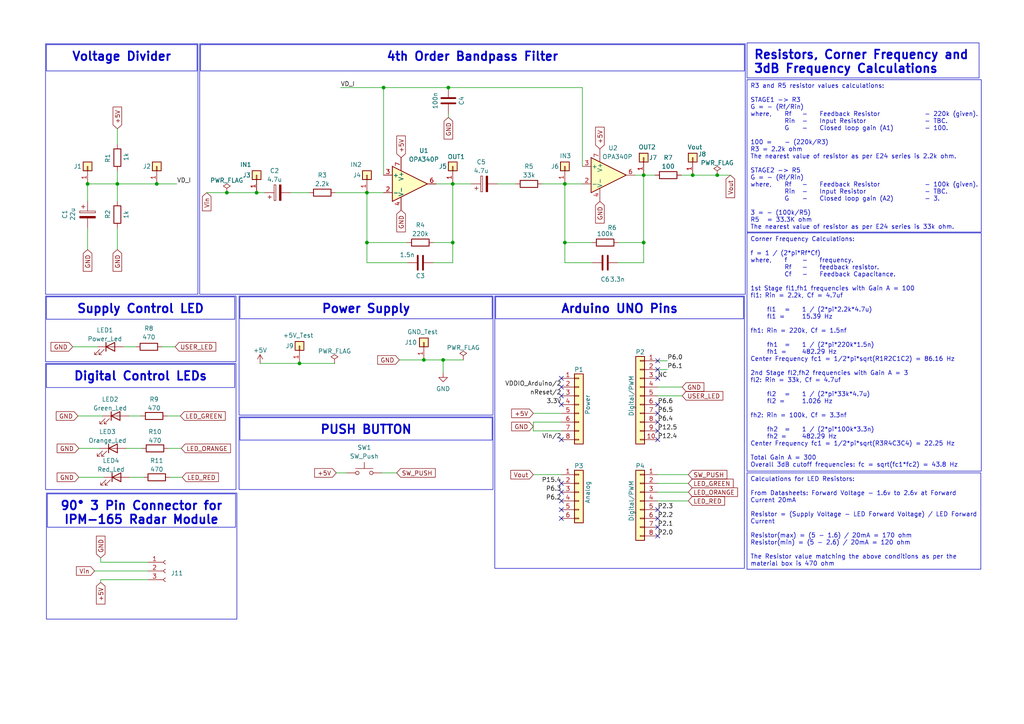
<source format=kicad_sch>
(kicad_sch (version 20230121) (generator eeschema)
  (paper "A4")
  (title_block (title "Movement Detector based on IPM-165 Radar Module") (date "2023-04-26") (rev "1,2") (company "HDA Student/Girish Tabaraddi; Ananya Harish; Drashti Shah") (comment 1 "Group D3"))
  (lib_symbols
    (symbol "Amplifier_Operational:OPA340P" (pin_names (offset 0.127))
      (property "Reference" "U" (at 0 6.35 0))
      (property "Value" "OPA340P" (at 0 3.81 0))
      (symbol "OPA340P_0_1"
        (polyline (pts (xy -5.08 5.08) (xy 5.08 0) (xy -5.08 -5.08) (xy -5.08 5.08)) (stroke (width 0.254)) (fill (type background)))
      )
      (symbol "OPA340P_1_1"
        (pin no_connect line (at -5.08 -2.54 90) (length 2.54) hide (name "NC") (number "1"))
        (pin input line (at -7.62 -2.54 0) (length 2.54) (name "-") (number "2"))
        (pin input line (at -7.62 2.54 0) (length 2.54) (name "+") (number "3"))
        (pin power_in line (at -2.54 -7.62 90) (length 3.81) (name "V-") (number "4"))
        (pin no_connect line (at -2.54 -2.54 90) (length 2.54) hide (name "NC") (number "5"))
        (pin output line (at 7.62 0 180) (length 2.54) (name "~") (number "6"))
        (pin power_in line (at -2.54 7.62 270) (length 3.81) (name "V+") (number "7"))
        (pin no_connect line (at 0 -2.54 90) (length 2.54) hide (name "NC") (number "8"))
      )
    )
    (symbol "Connector:Conn_01x03_Socket" (pin_names (offset 1.016) hide)
      (property "Reference" "J" (at 0 5.08 0))
      (property "Value" "Conn_01x03_Socket" (at 0 -5.08 0))
      (symbol "Conn_01x03_Socket_1_1"
        (arc (start 0 -2.032) (mid -0.5058 -2.54) (end 0 -3.048) (stroke (width 0.1524)))
        (polyline (pts (xy -1.27 -2.54) (xy -0.508 -2.54)) (stroke (width 0.1524)))
        (polyline (pts (xy -1.27 0) (xy -0.508 0)) (stroke (width 0.1524)))
        (polyline (pts (xy -1.27 2.54) (xy -0.508 2.54)) (stroke (width 0.1524)))
        (arc (start 0 0.508) (mid -0.5058 0) (end 0 -0.508) (stroke (width 0.1524)))
        (arc (start 0 3.048) (mid -0.5058 2.54) (end 0 2.032) (stroke (width 0.1524)))
        (pin passive line (at -5.08 2.54 0) (length 3.81) (name "Pin_1") (number "1"))
        (pin passive line (at -5.08 0 0) (length 3.81) (name "Pin_2") (number "2"))
        (pin passive line (at -5.08 -2.54 0) (length 3.81) (name "Pin_3") (number "3"))
      )
    )
    (symbol "Connector_Generic:Conn_01x01" (pin_names (offset 1.016) hide)
      (property "Reference" "J" (at 0 2.54 0))
      (property "Value" "Conn_01x01" (at 0 -2.54 0))
      (symbol "Conn_01x01_1_1"
        (rectangle (start -1.27 0.127) (end 0 -0.127) (stroke (width 0.1524)))
        (rectangle (start -1.27 1.27) (end 1.27 -1.27) (stroke (width 0.254)) (fill (type background)))
        (pin passive line (at -5.08 0 0) (length 3.81) (name "Pin_1") (number "1"))
      )
    )
    (symbol "Connector_Generic:Conn_01x06" (pin_names (offset 1.016) hide)
      (property "Reference" "J" (at 0 7.62 0))
      (property "Value" "Conn_01x06" (at 0 -10.16 0))
      (symbol "Conn_01x06_1_1"
        (rectangle (start -1.27 -7.493) (end 0 -7.747) (stroke (width 0.1524)))
        (rectangle (start -1.27 -4.953) (end 0 -5.207) (stroke (width 0.1524)))
        (rectangle (start -1.27 -2.413) (end 0 -2.667) (stroke (width 0.1524)))
        (rectangle (start -1.27 0.127) (end 0 -0.127) (stroke (width 0.1524)))
        (rectangle (start -1.27 2.667) (end 0 2.413) (stroke (width 0.1524)))
        (rectangle (start -1.27 5.207) (end 0 4.953) (stroke (width 0.1524)))
        (rectangle (start -1.27 6.35) (end 1.27 -8.89) (stroke (width 0.254)) (fill (type background)))
        (pin passive line (at -5.08 5.08 0) (length 3.81) (name "Pin_1") (number "1"))
        (pin passive line (at -5.08 2.54 0) (length 3.81) (name "Pin_2") (number "2"))
        (pin passive line (at -5.08 0 0) (length 3.81) (name "Pin_3") (number "3"))
        (pin passive line (at -5.08 -2.54 0) (length 3.81) (name "Pin_4") (number "4"))
        (pin passive line (at -5.08 -5.08 0) (length 3.81) (name "Pin_5") (number "5"))
        (pin passive line (at -5.08 -7.62 0) (length 3.81) (name "Pin_6") (number "6"))
      )
    )
    (symbol "Connector_Generic:Conn_01x08" (pin_names (offset 1.016) hide)
      (property "Reference" "J" (at 0 10.16 0))
      (property "Value" "Conn_01x08" (at 0 -12.7 0))
      (symbol "Conn_01x08_1_1"
        (rectangle (start -1.27 -10.033) (end 0 -10.287) (stroke (width 0.1524)))
        (rectangle (start -1.27 -7.493) (end 0 -7.747) (stroke (width 0.1524)))
        (rectangle (start -1.27 -4.953) (end 0 -5.207) (stroke (width 0.1524)))
        (rectangle (start -1.27 -2.413) (end 0 -2.667) (stroke (width 0.1524)))
        (rectangle (start -1.27 0.127) (end 0 -0.127) (stroke (width 0.1524)))
        (rectangle (start -1.27 2.667) (end 0 2.413) (stroke (width 0.1524)))
        (rectangle (start -1.27 5.207) (end 0 4.953) (stroke (width 0.1524)))
        (rectangle (start -1.27 7.747) (end 0 7.493) (stroke (width 0.1524)))
        (rectangle (start -1.27 8.89) (end 1.27 -11.43) (stroke (width 0.254)) (fill (type background)))
        (pin passive line (at -5.08 7.62 0) (length 3.81) (name "Pin_1") (number "1"))
        (pin passive line (at -5.08 5.08 0) (length 3.81) (name "Pin_2") (number "2"))
        (pin passive line (at -5.08 2.54 0) (length 3.81) (name "Pin_3") (number "3"))
        (pin passive line (at -5.08 0 0) (length 3.81) (name "Pin_4") (number "4"))
        (pin passive line (at -5.08 -2.54 0) (length 3.81) (name "Pin_5") (number "5"))
        (pin passive line (at -5.08 -5.08 0) (length 3.81) (name "Pin_6") (number "6"))
        (pin passive line (at -5.08 -7.62 0) (length 3.81) (name "Pin_7") (number "7"))
        (pin passive line (at -5.08 -10.16 0) (length 3.81) (name "Pin_8") (number "8"))
      )
    )
    (symbol "Connector_Generic:Conn_01x10" (pin_names (offset 1.016) hide)
      (property "Reference" "J" (at 0 12.7 0))
      (property "Value" "Conn_01x10" (at 0 -15.24 0))
      (symbol "Conn_01x10_1_1"
        (rectangle (start -1.27 -12.573) (end 0 -12.827) (stroke (width 0.1524)))
        (rectangle (start -1.27 -10.033) (end 0 -10.287) (stroke (width 0.1524)))
        (rectangle (start -1.27 -7.493) (end 0 -7.747) (stroke (width 0.1524)))
        (rectangle (start -1.27 -4.953) (end 0 -5.207) (stroke (width 0.1524)))
        (rectangle (start -1.27 -2.413) (end 0 -2.667) (stroke (width 0.1524)))
        (rectangle (start -1.27 0.127) (end 0 -0.127) (stroke (width 0.1524)))
        (rectangle (start -1.27 2.667) (end 0 2.413) (stroke (width 0.1524)))
        (rectangle (start -1.27 5.207) (end 0 4.953) (stroke (width 0.1524)))
        (rectangle (start -1.27 7.747) (end 0 7.493) (stroke (width 0.1524)))
        (rectangle (start -1.27 10.287) (end 0 10.033) (stroke (width 0.1524)))
        (rectangle (start -1.27 11.43) (end 1.27 -13.97) (stroke (width 0.254)) (fill (type background)))
        (pin passive line (at -5.08 10.16 0) (length 3.81) (name "Pin_1") (number "1"))
        (pin passive line (at -5.08 -12.7 0) (length 3.81) (name "Pin_10") (number "10"))
        (pin passive line (at -5.08 7.62 0) (length 3.81) (name "Pin_2") (number "2"))
        (pin passive line (at -5.08 5.08 0) (length 3.81) (name "Pin_3") (number "3"))
        (pin passive line (at -5.08 2.54 0) (length 3.81) (name "Pin_4") (number "4"))
        (pin passive line (at -5.08 0 0) (length 3.81) (name "Pin_5") (number "5"))
        (pin passive line (at -5.08 -2.54 0) (length 3.81) (name "Pin_6") (number "6"))
        (pin passive line (at -5.08 -5.08 0) (length 3.81) (name "Pin_7") (number "7"))
        (pin passive line (at -5.08 -7.62 0) (length 3.81) (name "Pin_8") (number "8"))
        (pin passive line (at -5.08 -10.16 0) (length 3.81) (name "Pin_9") (number "9"))
      )
    )
    (symbol "Device:C" (pin_numbers hide) (pin_names (offset 0.254))
      (property "Reference" "C" (at 0.635 2.54 0))
      (property "Value" "C" (at 0.635 -2.54 0))
      (symbol "C_0_1"
        (polyline (pts (xy -2.032 -0.762) (xy 2.032 -0.762)) (stroke (width 0.508)))
        (polyline (pts (xy -2.032 0.762) (xy 2.032 0.762)) (stroke (width 0.508)))
      )
      (symbol "C_1_1"
        (pin passive line (at 0 3.81 270) (length 2.794) (name "~") (number "1"))
        (pin passive line (at 0 -3.81 90) (length 2.794) (name "~") (number "2"))
      )
    )
    (symbol "Device:C_Polarized" (pin_numbers hide) (pin_names (offset 0.254))
      (property "Reference" "C" (at 0.635 2.54 0))
      (property "Value" "C_Polarized" (at 0.635 -2.54 0))
      (symbol "C_Polarized_0_1"
        (rectangle (start -2.286 0.508) (end 2.286 1.016))
        (polyline (pts (xy -1.778 2.286) (xy -0.762 2.286)))
        (polyline (pts (xy -1.27 2.794) (xy -1.27 1.778)))
        (rectangle (start 2.286 -0.508) (end -2.286 -1.016) (fill (type outline)))
      )
      (symbol "C_Polarized_1_1"
        (pin passive line (at 0 3.81 270) (length 2.794) (name "~") (number "1"))
        (pin passive line (at 0 -3.81 90) (length 2.794) (name "~") (number "2"))
      )
    )
    (symbol "Device:LED" (pin_numbers hide) (pin_names (offset 1.016) hide)
      (property "Reference" "D" (at 0 2.54 0))
      (property "Value" "LED" (at 0 -2.54 0))
      (symbol "LED_0_1"
        (polyline (pts (xy -1.27 -1.27) (xy -1.27 1.27)) (stroke (width 0.254)))
        (polyline (pts (xy -1.27 0) (xy 1.27 0)))
        (polyline (pts (xy 1.27 -1.27) (xy 1.27 1.27) (xy -1.27 0) (xy 1.27 -1.27)) (stroke (width 0.254)))
        (polyline (pts (xy -3.048 -0.762) (xy -4.572 -2.286) (xy -3.81 -2.286) (xy -4.572 -2.286) (xy -4.572 -1.524)))
        (polyline (pts (xy -1.778 -0.762) (xy -3.302 -2.286) (xy -2.54 -2.286) (xy -3.302 -2.286) (xy -3.302 -1.524)))
      )
      (symbol "LED_1_1"
        (pin passive line (at -3.81 0 0) (length 2.54) (name "K") (number "1"))
        (pin passive line (at 3.81 0 180) (length 2.54) (name "A") (number "2"))
      )
    )
    (symbol "Device:R" (pin_numbers hide) (pin_names (offset 0))
      (property "Reference" "R" (at 2.032 0 90))
      (property "Value" "R" (at 0 0 90))
      (symbol "R_0_1"
        (rectangle (start -1.016 -2.54) (end 1.016 2.54) (stroke (width 0.254)))
      )
      (symbol "R_1_1"
        (pin passive line (at 0 3.81 270) (length 1.27) (name "~") (number "1"))
        (pin passive line (at 0 -3.81 90) (length 1.27) (name "~") (number "2"))
      )
    )
    (symbol "Switch:SW_Push" (pin_numbers hide) (pin_names (offset 1.016) hide)
      (property "Reference" "SW" (at 1.27 2.54 0))
      (property "Value" "SW_Push" (at 0 -1.524 0))
      (symbol "SW_Push_0_1"
        (circle (center -2.032 0) (radius 0.508))
        (polyline (pts (xy 0 1.27) (xy 0 3.048)))
        (polyline (pts (xy 2.54 1.27) (xy -2.54 1.27)))
        (circle (center 2.032 0) (radius 0.508))
        (pin passive line (at -5.08 0 0) (length 2.54) (name "1") (number "1"))
        (pin passive line (at 5.08 0 180) (length 2.54) (name "2") (number "2"))
      )
    )
    (symbol "power:+5V" (power) (pin_names (offset 0))
      (property "Value" "+5V" (at 0 3.556 0))
      (symbol "+5V_0_1"
        (polyline (pts (xy -0.762 1.27) (xy 0 2.54)))
        (polyline (pts (xy 0 0) (xy 0 2.54)))
        (polyline (pts (xy 0 2.54) (xy 0.762 1.27)))
      )
      (symbol "+5V_1_1"
        (pin power_in line (at 0 0 90) (length 0) hide (name "+5V") (number "1"))
      )
    )
    (symbol "power:GND" (power) (pin_names (offset 0))
      (property "Value" "GND" (at 0 -3.81 0))
      (symbol "GND_0_1"
        (polyline (pts (xy 0 0) (xy 0 -1.27) (xy 1.27 -1.27) (xy 0 -2.54) (xy -1.27 -1.27) (xy 0 -1.27)))
      )
      (symbol "GND_1_1"
        (pin power_in line (at 0 0 270) (length 0) hide (name "GND") (number "1"))
      )
    )
    (symbol "power:PWR_FLAG" (power) (pin_numbers hide) (pin_names (offset 0) hide)
      (property "Value" "PWR_FLAG" (at 0 3.81 0))
      (symbol "PWR_FLAG_0_0"
        (pin power_out line (at 0 0 90) (length 0) (name "pwr") (number "1"))
      )
      (symbol "PWR_FLAG_0_1"
        (polyline (pts (xy 0 0) (xy 0 1.27) (xy -1.016 1.905) (xy 0 2.54) (xy 1.016 1.905) (xy 0 1.27)))
      )
    )
  )
  (junction (at 106.426 70.358))
  (junction (at 45.466 53.34))
  (junction (at 122.936 104.394))
  (junction (at 186.69 70.358))
  (junction (at 34.036 53.34))
  (junction (at 106.426 55.88))
  (junction (at 131.318 70.358))
  (junction (at 200.914 50.8))
  (junction (at 111.252 25.4))
  (junction (at 74.422 55.88))
  (junction (at 163.83 53.34))
  (junction (at 208.026 50.8))
  (junction (at 65.786 55.88))
  (junction (at 130.048 25.4))
  (junction (at 128.524 104.394))
  (junction (at 186.69 50.8))
  (junction (at 25.4 53.34))
  (junction (at 163.83 70.358))
  (junction (at 86.868 105.41))
  (junction (at 131.318 53.34))
  (no_connect (at 162.814 147.828))
  (no_connect (at 162.814 142.748))
  (no_connect (at 190.754 119.888))
  (no_connect (at 190.754 150.368))
  (no_connect (at 190.754 155.448))
  (no_connect (at 162.814 140.208))
  (no_connect (at 190.754 152.908))
  (no_connect (at 190.754 124.968))
  (no_connect (at 162.814 114.808))
  (no_connect (at 190.754 147.828))
  (no_connect (at 162.814 150.368))
  (no_connect (at 190.754 109.728))
  (no_connect (at 190.754 117.348))
  (no_connect (at 190.754 107.188))
  (no_connect (at 190.754 127.508))
  (no_connect (at 162.814 112.268))
  (no_connect (at 162.814 145.288))
  (no_connect (at 162.814 117.348))
  (no_connect (at 162.814 109.728))
  (no_connect (at 162.814 127.508))
  (no_connect (at 190.754 122.428))
  (no_connect (at 190.754 104.648))
  (wire (pts (xy 154.686 119.888) (xy 162.814 119.888)))
  (wire (pts (xy 29.21 168.148) (xy 42.926 168.148)))
  (wire (pts (xy 110.744 137.16) (xy 115.062 137.16)))
  (wire (pts (xy 65.786 55.88) (xy 74.422 55.88)))
  (wire (pts (xy 74.422 55.88) (xy 76.708 55.88)))
  (wire (pts (xy 190.754 140.208) (xy 199.644 140.208)))
  (wire (pts (xy 162.814 124.968) (xy 154.686 124.968)))
  (wire (pts (xy 29.21 163.068) (xy 29.21 161.798)))
  (wire (pts (xy 157.226 53.34) (xy 163.83 53.34)))
  (wire (pts (xy 208.026 50.8) (xy 211.836 50.8)))
  (wire (pts (xy 35.814 100.584) (xy 39.37 100.584)))
  (wire (pts (xy 163.83 76.2) (xy 171.704 76.2)))
  (wire (pts (xy 128.524 104.394) (xy 134.366 104.394)))
  (wire (pts (xy 190.754 114.808) (xy 197.866 114.808)))
  (wire (pts (xy 106.426 76.2) (xy 106.426 70.358)))
  (wire (pts (xy 144.272 53.34) (xy 149.606 53.34)))
  (wire (pts (xy 27.432 165.608) (xy 42.926 165.608)))
  (wire (pts (xy 86.868 105.41) (xy 97.028 105.41)))
  (wire (pts (xy 29.21 168.91) (xy 29.21 168.148)))
  (wire (pts (xy 130.048 25.4) (xy 168.91 25.4)))
  (wire (pts (xy 34.036 66.04) (xy 34.036 72.39)))
  (wire (pts (xy 179.324 76.2) (xy 186.69 76.2)))
  (wire (pts (xy 106.426 55.88) (xy 106.426 70.358)))
  (wire (pts (xy 154.686 122.428) (xy 154.686 124.968)))
  (wire (pts (xy 111.252 55.88) (xy 106.426 55.88)))
  (wire (pts (xy 37.338 120.65) (xy 40.894 120.65)))
  (wire (pts (xy 154.686 137.668) (xy 162.814 137.668)))
  (wire (pts (xy 126.492 53.34) (xy 131.318 53.34)))
  (wire (pts (xy 131.318 53.34) (xy 136.652 53.34)))
  (wire (pts (xy 84.328 55.88) (xy 89.662 55.88)))
  (wire (pts (xy 22.606 120.65) (xy 29.718 120.65)))
  (wire (pts (xy 190.754 137.668) (xy 199.644 137.668)))
  (wire (pts (xy 186.69 70.358) (xy 186.69 76.2)))
  (wire (pts (xy 122.936 104.394) (xy 128.524 104.394)))
  (wire (pts (xy 21.082 100.584) (xy 28.194 100.584)))
  (wire (pts (xy 25.4 58.42) (xy 25.4 53.34)))
  (wire (pts (xy 163.83 53.34) (xy 163.83 70.358)))
  (wire (pts (xy 115.824 104.394) (xy 122.936 104.394)))
  (wire (pts (xy 179.324 70.358) (xy 186.69 70.358)))
  (wire (pts (xy 125.73 76.2) (xy 131.318 76.2)))
  (wire (pts (xy 25.4 66.04) (xy 25.4 72.39)))
  (wire (pts (xy 25.4 53.34) (xy 34.036 53.34)))
  (wire (pts (xy 36.576 130.048) (xy 41.148 130.048)))
  (wire (pts (xy 163.83 70.358) (xy 171.704 70.358)))
  (wire (pts (xy 111.252 50.8) (xy 111.252 25.4)))
  (wire (pts (xy 48.514 120.65) (xy 52.324 120.65)))
  (wire (pts (xy 42.926 163.068) (xy 29.21 163.068)))
  (wire (pts (xy 106.426 70.358) (xy 118.11 70.358)))
  (wire (pts (xy 190.754 112.268) (xy 197.866 112.268)))
  (wire (pts (xy 131.318 76.2) (xy 131.318 70.358)))
  (wire (pts (xy 168.91 25.4) (xy 168.91 48.26)))
  (wire (pts (xy 22.86 138.43) (xy 29.972 138.43)))
  (wire (pts (xy 200.914 50.8) (xy 208.026 50.8)))
  (wire (pts (xy 59.944 55.88) (xy 65.786 55.88)))
  (wire (pts (xy 131.318 70.358) (xy 131.318 53.34)))
  (wire (pts (xy 190.754 142.748) (xy 199.644 142.748)))
  (wire (pts (xy 34.036 37.338) (xy 34.036 41.91)))
  (wire (pts (xy 111.252 25.4) (xy 130.048 25.4)))
  (wire (pts (xy 193.548 107.188) (xy 190.754 107.188)))
  (wire (pts (xy 130.048 33.02) (xy 130.048 34.036)))
  (wire (pts (xy 118.11 76.2) (xy 106.426 76.2)))
  (wire (pts (xy 97.536 137.16) (xy 100.584 137.16)))
  (wire (pts (xy 193.548 104.648) (xy 190.754 104.648)))
  (wire (pts (xy 45.466 53.34) (xy 51.308 53.34)))
  (wire (pts (xy 22.86 130.048) (xy 28.956 130.048)))
  (wire (pts (xy 37.592 138.43) (xy 41.656 138.43)))
  (wire (pts (xy 184.15 50.8) (xy 186.69 50.8)))
  (wire (pts (xy 34.036 53.34) (xy 45.466 53.34)))
  (wire (pts (xy 48.768 130.048) (xy 52.578 130.048)))
  (wire (pts (xy 98.806 25.4) (xy 111.252 25.4)))
  (wire (pts (xy 49.276 138.43) (xy 52.832 138.43)))
  (wire (pts (xy 34.036 49.53) (xy 34.036 53.34)))
  (wire (pts (xy 163.83 53.34) (xy 168.91 53.34)))
  (wire (pts (xy 186.69 50.8) (xy 189.992 50.8)))
  (wire (pts (xy 197.612 50.8) (xy 200.914 50.8)))
  (wire (pts (xy 46.99 100.584) (xy 50.8 100.584)))
  (wire (pts (xy 128.524 104.394) (xy 128.524 108.204)))
  (wire (pts (xy 162.814 122.428) (xy 154.686 122.428)))
  (wire (pts (xy 75.438 105.41) (xy 86.868 105.41)))
  (wire (pts (xy 190.754 145.288) (xy 199.644 145.288)))
  (wire (pts (xy 186.69 50.8) (xy 186.69 70.358)))
  (wire (pts (xy 163.83 70.358) (xy 163.83 76.2)))
  (wire (pts (xy 34.036 53.34) (xy 34.036 58.42)))
  (wire (pts (xy 97.282 55.88) (xy 106.426 55.88)))
  (wire (pts (xy 125.73 70.358) (xy 131.318 70.358)))
  (rectangle (start 13.208 85.852) (end 68.453 104.902))
  (rectangle (start 69.342 85.852) (end 143.002 120.396))
  (rectangle (start 13.208 12.7) (end 57.404 85.344))
  (rectangle (start 13.462 143.002) (end 68.707 179.578))
  (rectangle (start 13.208 105.41) (end 68.453 141.986))
  (rectangle (start 69.342 120.904) (end 143.002 141.986))
  (rectangle (start 57.912 12.7) (end 216.154 85.344))
  (rectangle (start 143.51 85.852) (end 215.9 164.846))
  (text_box "Power Supply" (at 69.596 86.106 0) (size 73.152 6.35) (effects (font (size 2.5 2.5) bold) (justify top)))
  (text_box "90° 3 Pin Connector for IPM-165 Radar Module" (at 13.716 143.256 0) (size 54.61 9.652) (effects (font (size 2.5 2.5) (thickness 0.5) bold) (justify top)))
  (text_box "R3 and R5 resistor values calculations:\n\nSTAGE1 -> R3\nG =	- (Rf/Rin)\nwhere, 	Rf	-	Feedback Resistor 		- 220k (given).\n		Rin	- 	Input Resistor 			- TBC.\n		G	- 	Closed loop gain (A1)	- 100.\n\n100 =	- (220k/R3)\nR3 = 2.2k ohm\nThe nearest value of resistor as per E24 series is 2.2k ohm. \n\nSTAGE2 -> R5\nG =	- (Rf/Rin)\nwhere, 	Rf	-	Feedback Resistor 		- 100k (given).\n		Rin	- 	Input Resistor 			- TBC.\n		G	- 	Closed loop gain (A2)	- 3.\n\n3 = - (100k/R5)\nR5	= 33.3K ohm\nThe nearest value of resistor as per E24 series is 33k ohm. " (at 216.662 23.114 0) (size 67.945 44.196) (effects (font (size 1.27 1.27)) (justify left top)))
  (text_box "Arduino UNO Pins" (at 143.764 86.106 0) (size 71.882 6.35) (effects (font (size 2.5 2.5) (thickness 0.5) bold) (justify top)))
  (text_box "Corner Frequency Calculations:\n\nf = 1 / (2*pi*Rf*Cf)\nwhere, 	f	-	frequency.\n		Rf	- 	feedback resistor.\n		Cf	- 	Feedback Capacitance.\n\n1st Stage fl1,fh1 frequencies with Gain A = 100\nfl1: Rin = 2.2k, Cf = 4.7uf\n\n	fl1	=	1 / (2*pi*2.2k*4.7u)\n	fl1 = 	15.39 Hz\n\nfh1: Rin = 220k, Cf = 1.5nf\n\n	fh1	=	1 / (2*pi*220k*1.5n)\n	fh1 = 	482.29 Hz\nCenter Frequency fc1 = 1/2*pi*sqrt(R1R2C1C2) = 86.16 Hz\n\n2nd Stage fl2,fh2 frequencies with Gain A = 3\nfl2: Rin = 33k, Cf = 4.7uf\n\n	fl2	=	1 / (2*pi*33k*4.7u)\n	fl2 = 	1.026 Hz\n\nfh2: Rin = 100k, Cf = 3.3nf\n\n	fh2	=	1 / (2*pi*100k*3.3n)\n	fh2 = 	482.29 Hz\nCenter Frequency fc1 = 1/2*pi*sqrt(R3R4C3C4) = 22.25 Hz\n\nTotal Gain A = 300\nOverall 3dB cutoff frequencies: fc = sqrt(fc1*fc2) = 43.8 Hz" (at 216.662 67.564 0) (size 67.945 69.088) (effects (font (size 1.27 1.27)) (justify left top)))
  (text_box "Calculations for LED Resistors:\n\nFrom Datasheets: Forward Voltage - 1.6v to 2.6v at Forward Current 20mA\n\nResistor = (Supply Voltage - LED Forward Voltage) / LED Forward Current\n\nResistor(max) = (5 - 1.6) / 20mA = 170 ohm\nResistor(min) = (5 - 2.6) / 20mA = 120 ohm\n\nThe Resistor value matching the above conditions as per the material box is 470 ohm" (at 216.662 137.16 0) (size 67.818 27.94) (effects (font (size 1.27 1.27)) (justify left top)))
  (text_box "4th Order Bandpass Filter" (at 58.166 12.954 0) (size 157.734 7.62) (effects (font (size 2.5 2.5) bold) (justify top)))
  (text_box "Voltage Divider" (at 13.462 12.954 0) (size 43.688 7.62) (effects (font (size 2.5 2.5) (thickness 0.5) bold) (justify top)))
  (text_box "Resistors, Corner Frequency and 3dB Frequency Calculations" (at 216.662 12.446 0) (size 67.31 10.16) (effects (font (size 2.5 2.5) (thickness 0.5) bold) (justify left top)))
  (text_box "Supply Control LED" (at 13.462 86.106 0) (size 54.61 6.477) (effects (font (size 2.5 2.5) bold) (justify top)))
  (text_box "Digital Control LEDs" (at 13.462 105.664 0) (size 54.61 6.731) (effects (font (size 2.5 2.5) (thickness 0.5) bold) (justify top)))
  (text_box "PUSH BUTTON" (at 69.596 121.158 0) (size 73.152 6.477) (effects (font (size 2.5 2.5) bold) (justify top)))
  (label "nReset{slash}2" (at 162.814 114.808 180))
  (label "Vin{slash}2" (at 162.814 127.508 180))
  (label "P6.6" (at 190.754 117.348 0))
  (label "VDDIO_Arduino{slash}2" (at 162.814 112.268 180))
  (label "P15.4" (at 162.814 140.208 180))
  (label "P6.1" (at 193.548 107.188 0))
  (label "NC" (at 190.754 109.728 0))
  (label "VD_I" (at 51.308 53.34 0))
  (label "P6.0" (at 193.548 104.648 0))
  (label "P6.5" (at 190.754 119.888 0))
  (label "P2.3" (at 190.754 147.828 0))
  (label "P2.0" (at 190.754 155.448 0))
  (label "P12.4" (at 190.754 127.508 0))
  (label "VD_I" (at 98.806 25.4 0))
  (label "P2.1" (at 190.754 152.908 0))
  (label "3.3V" (at 162.814 117.348 180))
  (label "P6.3" (at 162.814 142.748 180))
  (label "P12.5" (at 190.754 124.968 0))
  (label "P6.2" (at 162.814 145.288 180))
  (label "P2.2" (at 190.754 150.368 0))
  (label "P6.4" (at 190.754 122.428 0))
  (global_label "GND" (shape input) (at 22.606 120.65 180) (property "Intersheetrefs" "${INTERSHEET_REFS}" (effects hide)))
  (global_label "Vin" (shape input) (at 59.944 55.88 270) (property "Intersheetrefs" "${INTERSHEET_REFS}" (effects hide)))
  (global_label "GND" (shape input) (at 197.866 112.268 0) (property "Intersheetrefs" "${INTERSHEET_REFS}" (effects hide)))
  (global_label "GND" (shape input) (at 154.686 123.698 180) (property "Intersheetrefs" "${INTERSHEET_REFS}" (effects hide)))
  (global_label "GND" (shape input) (at 25.4 72.39 270) (property "Intersheetrefs" "${INTERSHEET_REFS}" (effects hide)))
  (global_label "LED_GREEN" (shape input) (at 52.324 120.65 0) (property "Intersheetrefs" "${INTERSHEET_REFS}" (effects hide)))
  (global_label "+5V" (shape input) (at 173.99 43.18 90) (property "Intersheetrefs" "${INTERSHEET_REFS}" (effects hide)))
  (global_label "USER_LED" (shape input) (at 50.8 100.584 0) (property "Intersheetrefs" "${INTERSHEET_REFS}" (effects hide)))
  (global_label "GND" (shape input) (at 130.048 34.036 270) (property "Intersheetrefs" "${INTERSHEET_REFS}" (effects hide)))
  (global_label "GND" (shape input) (at 22.86 130.048 180) (property "Intersheetrefs" "${INTERSHEET_REFS}" (effects hide)))
  (global_label "GND" (shape input) (at 115.824 104.394 180) (property "Intersheetrefs" "${INTERSHEET_REFS}" (effects hide)))
  (global_label "Vout" (shape input) (at 211.836 50.8 270) (property "Intersheetrefs" "${INTERSHEET_REFS}" (effects hide)))
  (global_label "+5V" (shape input) (at 154.686 119.888 180) (property "Intersheetrefs" "${INTERSHEET_REFS}" (effects hide)))
  (global_label "+5V" (shape input) (at 116.332 45.72 90) (property "Intersheetrefs" "${INTERSHEET_REFS}" (effects hide)))
  (global_label "+5V" (shape input) (at 97.536 137.16 180) (property "Intersheetrefs" "${INTERSHEET_REFS}" (effects hide)))
  (global_label "LED_RED" (shape input) (at 52.832 138.43 0) (property "Intersheetrefs" "${INTERSHEET_REFS}" (effects hide)))
  (global_label "LED_RED" (shape input) (at 199.644 145.288 0) (property "Intersheetrefs" "${INTERSHEET_REFS}" (effects hide)))
  (global_label "GND" (shape input) (at 21.082 100.584 180) (property "Intersheetrefs" "${INTERSHEET_REFS}" (effects hide)))
  (global_label "GND" (shape input) (at 22.86 138.43 180) (property "Intersheetrefs" "${INTERSHEET_REFS}" (effects hide)))
  (global_label "GND" (shape input) (at 29.21 161.798 90) (property "Intersheetrefs" "${INTERSHEET_REFS}" (effects hide)))
  (global_label "+5V" (shape input) (at 29.21 168.91 270) (property "Intersheetrefs" "${INTERSHEET_REFS}" (effects hide)))
  (global_label "Vin" (shape input) (at 27.432 165.608 180) (property "Intersheetrefs" "${INTERSHEET_REFS}" (effects hide)))
  (global_label "GND" (shape input) (at 34.036 72.39 270) (property "Intersheetrefs" "${INTERSHEET_REFS}" (effects hide)))
  (global_label "SW_PUSH" (shape input) (at 199.644 137.668 0) (property "Intersheetrefs" "${INTERSHEET_REFS}" (effects hide)))
  (global_label "LED_ORANGE" (shape input) (at 199.644 142.748 0) (property "Intersheetrefs" "${INTERSHEET_REFS}" (effects hide)))
  (global_label "LED_ORANGE" (shape input) (at 52.578 130.048 0) (property "Intersheetrefs" "${INTERSHEET_REFS}" (effects hide)))
  (global_label "+5V" (shape input) (at 34.036 37.338 90) (property "Intersheetrefs" "${INTERSHEET_REFS}" (effects hide)))
  (global_label "USER_LED" (shape input) (at 197.866 114.808 0) (property "Intersheetrefs" "${INTERSHEET_REFS}" (effects hide)))
  (global_label "GND" (shape input) (at 173.99 58.42 270) (property "Intersheetrefs" "${INTERSHEET_REFS}" (effects hide)))
  (global_label "LED_GREEN" (shape input) (at 199.644 140.208 0) (property "Intersheetrefs" "${INTERSHEET_REFS}" (effects hide)))
  (global_label "GND" (shape input) (at 116.332 60.96 270) (property "Intersheetrefs" "${INTERSHEET_REFS}" (effects hide)))
  (global_label "Vout" (shape input) (at 154.686 137.668 180) (property "Intersheetrefs" "${INTERSHEET_REFS}" (effects hide)))
  (global_label "SW_PUSH" (shape input) (at 115.062 137.16 0) (property "Intersheetrefs" "${INTERSHEET_REFS}" (effects hide)))
  (symbol (lib_id "Connector_Generic:Conn_01x08") (at 167.894 117.348 0) (unit 1)
    (property "Reference" "P1" (at 167.894 107.188 0))
    (property "Value" "Power" (at 170.434 117.348 90))
    (property "Footprint" "Connector_PinHeader_2.54mm:PinHeader_1x08_P2.54mm_Vertical" (effects hide))
  )
  (symbol (lib_id "Connector_Generic:Conn_01x10") (at 185.674 114.808 0) (mirror y) (unit 1)
    (property "Reference" "P2" (at 185.674 102.108 0))
    (property "Value" "Digital/PWM" (at 183.134 114.808 90))
    (property "Footprint" "Connector_PinHeader_2.54mm:PinHeader_1x10_P2.54mm_Vertical" (effects hide))
  )
  (symbol (lib_id "Connector_Generic:Conn_01x06") (at 167.894 142.748 0) (unit 1)
    (property "Reference" "P3" (at 167.894 135.128 0))
    (property "Value" "Analog" (at 170.434 142.748 90))
    (property "Footprint" "Connector_PinHeader_2.54mm:PinHeader_1x06_P2.54mm_Vertical" (effects hide))
  )
  (symbol (lib_id "Connector_Generic:Conn_01x08") (at 185.674 145.288 0) (mirror y) (unit 1)
    (property "Reference" "P4" (at 185.674 135.128 0))
    (property "Value" "Digital/PWM" (at 183.134 145.288 90))
    (property "Footprint" "Connector_PinHeader_2.54mm:PinHeader_1x08_P2.54mm_Vertical" (effects hide))
  )
  (symbol (lib_id "Device:LED") (at 32.766 130.048 0) (unit 1)
    (property "Reference" "LED3" (at 31.1785 125.222 0))
    (property "Value" "Orange_Led" (at 31.1785 127.762 0))
    (property "Footprint" "LED_THT:LED_D5.0mm" (effects hide))
  )
  (symbol (lib_id "Device:C") (at 130.048 29.21 180) (unit 1)
    (property "Reference" "C4" (at 133.858 29.21 90))
    (property "Value" "100n" (at 126.238 29.21 90))
    (property "Footprint" "Capacitor_THT:C_Rect_L7.2mm_W2.5mm_P5.00mm_FKS2_FKP2_MKS2_MKP2" (effects hide))
  )
  (symbol (lib_id "Connector_Generic:Conn_01x01") (at 122.936 99.314 90) (unit 1)
    (property "Reference" "J10" (at 117.348 99.314 90) (effects (justify right)))
    (property "Value" "GND_Test" (at 118.11 96.266 90) (effects (justify right)))
    (property "Footprint" "Connector_PinHeader_2.54mm:PinHeader_1x01_P2.54mm_Vertical" (effects hide))
  )
  (symbol (lib_id "Device:R") (at 44.958 130.048 90) (unit 1)
    (property "Reference" "R10" (at 44.958 125.222 90))
    (property "Value" "470" (at 44.958 127.762 90))
    (property "Footprint" "Resistor_THT:R_Axial_DIN0207_L6.3mm_D2.5mm_P10.16mm_Horizontal" (effects hide))
    (property "Datasheet" "https://cdn-reichelt.de/documents/datenblatt/B400/METALL%23YAG.pdf" (effects hide))
  )
  (symbol (lib_id "power:PWR_FLAG") (at 65.786 55.88 0) (unit 1)
    (property "Reference" "#FLG04" (effects hide))
    (property "Value" "PWR_FLAG" (at 65.786 52.324 0))
  )
  (symbol (lib_id "Connector_Generic:Conn_01x01") (at 86.868 100.33 90) (unit 1)
    (property "Reference" "J9" (at 82.804 100.33 90) (effects (justify right)))
    (property "Value" "+5V_Test" (at 82.042 97.282 90) (effects (justify right)))
    (property "Footprint" "Connector_PinHeader_2.54mm:PinHeader_1x01_P2.54mm_Vertical" (effects hide))
  )
  (symbol (lib_id "Device:R") (at 43.18 100.584 90) (unit 1)
    (property "Reference" "R8" (at 43.18 95.25 90))
    (property "Value" "470" (at 43.18 97.79 90))
    (property "Footprint" "Resistor_THT:R_Axial_DIN0207_L6.3mm_D2.5mm_P10.16mm_Horizontal" (effects hide))
    (property "Datasheet" "https://cdn-reichelt.de/documents/datenblatt/B400/METALL%23YAG.pdf" (effects hide))
  )
  (symbol (lib_id "Switch:SW_Push") (at 105.664 137.16 0) (unit 1)
    (property "Reference" "SW1" (at 105.664 129.794 0))
    (property "Value" "SW_Push" (at 105.664 132.334 0))
    (property "Footprint" "Button_Switch_THT:SW_PUSH_6mm_H7.3mm" (effects hide))
    (property "Datasheet" "https://www.distrelec.de/Web/Downloads/_t/ds/RND%20210-00194_eng_tds.pdf" (effects hide))
  )
  (symbol (lib_id "Connector_Generic:Conn_01x01") (at 131.318 48.26 90) (unit 1)
    (property "Reference" "J5" (at 127.254 48.26 90) (effects (justify right)))
    (property "Value" "OUT1" (at 129.794 45.466 90) (effects (justify right)))
    (property "Footprint" "Connector_PinHeader_2.54mm:PinHeader_1x01_P2.54mm_Vertical" (effects hide))
  )
  (symbol (lib_id "Device:LED") (at 33.782 138.43 0) (unit 1)
    (property "Reference" "LED4" (at 32.1945 133.604 0))
    (property "Value" "Red_Led" (at 32.1945 136.144 0))
    (property "Footprint" "LED_THT:LED_D5.0mm" (effects hide))
  )
  (symbol (lib_id "Device:C_Polarized") (at 80.518 55.88 90) (unit 1)
    (property "Reference" "C2" (at 79.629 49.53 90))
    (property "Value" "4.7u" (at 79.629 52.07 90))
    (property "Footprint" "Capacitor_THT:CP_Radial_D6.3mm_P2.50mm" (effects hide))
  )
  (symbol (lib_id "Connector_Generic:Conn_01x01") (at 186.69 45.72 90) (unit 1)
    (property "Reference" "J7" (at 188.214 45.72 90) (effects (justify right)))
    (property "Value" "OUT2" (at 185.166 42.672 90) (effects (justify right)))
    (property "Footprint" "Connector_PinHeader_2.54mm:PinHeader_1x01_P2.54mm_Vertical" (effects hide))
  )
  (symbol (lib_id "power:GND") (at 128.524 108.204 0) (unit 1)
    (property "Reference" "#PWR05" (effects hide))
    (property "Value" "GND" (at 128.524 112.776 0))
  )
  (symbol (lib_id "Device:R") (at 34.036 62.23 0) (unit 1)
    (property "Reference" "R2" (at 31.242 63.5 90) (effects (justify left)))
    (property "Value" "1k" (at 36.576 63.5 90) (effects (justify left)))
    (property "Footprint" "Resistor_THT:R_Axial_DIN0207_L6.3mm_D2.5mm_P10.16mm_Horizontal" (effects hide))
    (property "Datasheet" "https://cdn-reichelt.de/documents/datenblatt/B400/METALL%23YAG.pdf" (effects hide))
  )
  (symbol (lib_id "Device:LED") (at 32.004 100.584 0) (unit 1)
    (property "Reference" "LED1" (at 30.4165 95.758 0))
    (property "Value" "Power_Led" (at 30.4165 98.298 0))
    (property "Footprint" "LED_THT:LED_D5.0mm" (effects hide))
    (property "Datasheet" "https://www.distrelec.de/Web/Downloads/_t/ds/RND%20135-00134_eng_tds.pdf" (effects hide))
  )
  (symbol (lib_id "Connector_Generic:Conn_01x01") (at 25.4 48.26 90) (unit 1)
    (property "Reference" "J1" (at 21.336 48.26 90) (effects (justify right)))
    (property "Footprint" "Connector_PinHeader_2.54mm:PinHeader_1x01_P2.54mm_Vertical" (effects hide))
  )
  (symbol (lib_id "power:PWR_FLAG") (at 134.366 104.394 0) (unit 1)
    (property "Reference" "#FLG07" (effects hide))
    (property "Value" "PWR_FLAG" (at 134.366 100.838 0))
  )
  (symbol (lib_id "Device:C") (at 121.92 76.2 90) (unit 1)
    (property "Reference" "C3" (at 121.92 80.01 90))
    (property "Value" "1.5n" (at 118.11 73.914 90))
    (property "Footprint" "Capacitor_THT:C_Rect_L7.2mm_W7.2mm_P5.00mm_FKS2_FKP2_MKS2_MKP2" (effects hide))
  )
  (symbol (lib_id "Connector_Generic:Conn_01x01") (at 74.422 50.8 90) (unit 1)
    (property "Reference" "J3" (at 70.358 50.8 90) (effects (justify right)))
    (property "Value" "IN1" (at 69.596 47.752 90) (effects (justify right)))
    (property "Footprint" "Connector_PinHeader_2.54mm:PinHeader_1x01_P2.54mm_Vertical" (effects hide))
  )
  (symbol (lib_id "Device:LED") (at 33.528 120.65 0) (unit 1)
    (property "Reference" "LED2" (at 31.9405 115.824 0))
    (property "Value" "Green_Led" (at 31.9405 118.364 0))
    (property "Footprint" "LED_THT:LED_D5.0mm" (effects hide))
    (property "Datasheet" "https://www.distrelec.de/Web/Downloads/_t/ds/RND%20135-00134_eng_tds.pdf" (effects hide))
  )
  (symbol (lib_id "power:+5V") (at 75.438 105.41 0) (unit 1)
    (property "Reference" "#PWR01" (effects hide))
    (property "Value" "+5V" (at 75.438 101.6 0))
  )
  (symbol (lib_id "Connector_Generic:Conn_01x01") (at 106.426 50.8 90) (unit 1)
    (property "Reference" "J4" (at 102.362 50.8 90) (effects (justify right)))
    (property "Value" "IN2" (at 101.6 47.752 90) (effects (justify right)))
    (property "Footprint" "Connector_PinHeader_2.54mm:PinHeader_1x01_P2.54mm_Vertical" (effects hide))
  )
  (symbol (lib_id "Connector_Generic:Conn_01x01") (at 163.83 48.26 90) (unit 1)
    (property "Reference" "J6" (at 159.766 48.26 90) (effects (justify right)))
    (property "Value" "IN3" (at 162.306 45.212 90) (effects (justify right)))
    (property "Footprint" "Connector_PinHeader_2.54mm:PinHeader_1x01_P2.54mm_Vertical" (effects hide))
  )
  (symbol (lib_id "Connector_Generic:Conn_01x01") (at 45.466 48.26 90) (unit 1)
    (property "Reference" "J2" (at 41.402 48.26 90) (effects (justify right)))
    (property "Footprint" "Connector_PinHeader_2.54mm:PinHeader_1x01_P2.54mm_Vertical" (effects hide))
  )
  (symbol (lib_id "Device:R") (at 121.92 70.358 90) (unit 1)
    (property "Reference" "R4" (at 121.92 65.278 90))
    (property "Value" "220k" (at 121.92 67.818 90))
    (property "Footprint" "Resistor_THT:R_Axial_DIN0207_L6.3mm_D2.5mm_P10.16mm_Horizontal" (effects hide))
    (property "Datasheet" "https://cdn-reichelt.de/documents/datenblatt/B400/METALL%23YAG.pdf" (effects hide))
  )
  (symbol (lib_id "Device:R") (at 34.036 45.72 0) (unit 1)
    (property "Reference" "R1" (at 31.242 47.244 90) (effects (justify left)))
    (property "Value" "1k" (at 36.576 46.736 90) (effects (justify left)))
    (property "Footprint" "Resistor_THT:R_Axial_DIN0207_L6.3mm_D2.5mm_P10.16mm_Horizontal" (effects hide))
    (property "Datasheet" "https://cdn-reichelt.de/documents/datenblatt/B400/METALL%23YAG.pdf" (effects hide))
  )
  (symbol (lib_id "Amplifier_Operational:OPA340P") (at 176.53 50.8 0) (unit 1)
    (property "Reference" "U2" (at 177.8 42.926 0))
    (property "Value" "OPA340P" (at 179.07 45.466 0))
    (property "Footprint" "Package_DIP:DIP-8_W7.62mm_Socket" (effects hide))
    (property "Datasheet" "http://www.ti.com/lit/ds/symlink/opa340.pdf" (effects hide))
  )
  (symbol (lib_id "Device:C_Polarized") (at 140.462 53.34 90) (unit 1)
    (property "Reference" "C5" (at 139.573 46.99 90))
    (property "Value" "4.7u" (at 139.573 49.53 90))
    (property "Footprint" "Capacitor_THT:CP_Radial_D6.3mm_P2.50mm" (effects hide))
  )
  (symbol (lib_id "Device:C") (at 175.514 76.2 90) (unit 1)
    (property "Reference" "C6" (at 175.514 81.026 90))
    (property "Value" "3.3n" (at 179.07 81.026 90))
    (property "Footprint" "Capacitor_THT:C_Rect_L7.2mm_W7.2mm_P5.00mm_FKS2_FKP2_MKS2_MKP2" (effects hide))
  )
  (symbol (lib_id "Device:C_Polarized") (at 25.4 62.23 0) (unit 1)
    (property "Reference" "C1" (at 18.796 63.5 90) (effects (justify left)))
    (property "Value" "22u" (at 21.082 64.008 90) (effects (justify left)))
    (property "Footprint" "Capacitor_THT:CP_Radial_D5.0mm_P2.50mm" (effects hide))
  )
  (symbol (lib_id "Device:R") (at 175.514 70.358 90) (unit 1)
    (property "Reference" "R6" (at 177.546 66.04 90))
    (property "Value" "100k" (at 175.514 67.818 90))
    (property "Footprint" "Resistor_THT:R_Axial_DIN0207_L6.3mm_D2.5mm_P10.16mm_Horizontal" (effects hide))
    (property "Datasheet" "https://cdn-reichelt.de/documents/datenblatt/B400/METALL%23YAG.pdf" (effects hide))
  )
  (symbol (lib_id "Device:R") (at 193.802 50.8 90) (unit 1)
    (property "Reference" "R7" (at 193.802 45.72 90))
    (property "Value" "100" (at 193.802 48.26 90))
    (property "Footprint" "Resistor_THT:R_Axial_DIN0207_L6.3mm_D2.5mm_P10.16mm_Horizontal" (effects hide))
    (property "Datasheet" "https://cdn-reichelt.de/documents/datenblatt/B400/METALL%23YAG.pdf" (effects hide))
  )
  (symbol (lib_id "Device:R") (at 153.416 53.34 90) (unit 1)
    (property "Reference" "R5" (at 153.416 48.26 90))
    (property "Value" "33k" (at 153.416 50.8 90))
    (property "Footprint" "Resistor_THT:R_Axial_DIN0207_L6.3mm_D2.5mm_P10.16mm_Horizontal" (effects hide))
    (property "Datasheet" "https://cdn-reichelt.de/documents/datenblatt/B400/METALL%23YAG.pdf" (effects hide))
  )
  (symbol (lib_id "Device:R") (at 93.472 55.88 90) (unit 1)
    (property "Reference" "R3" (at 93.472 50.8 90))
    (property "Value" "2.2k" (at 93.472 53.34 90))
    (property "Footprint" "Resistor_THT:R_Axial_DIN0207_L6.3mm_D2.5mm_P10.16mm_Horizontal" (effects hide))
    (property "Datasheet" "https://cdn-reichelt.de/documents/datenblatt/B400/METALL%23YAG.pdf" (effects hide))
  )
  (symbol (lib_id "Connector_Generic:Conn_01x01") (at 200.914 45.72 90) (unit 1)
    (property "Reference" "J8" (at 202.438 44.704 90) (effects (justify right)))
    (property "Value" "Vout" (at 199.39 42.672 90) (effects (justify right)))
    (property "Footprint" "Connector_PinHeader_2.54mm:PinHeader_1x01_P2.54mm_Vertical" (effects hide))
  )
  (symbol (lib_id "Device:R") (at 45.466 138.43 90) (unit 1)
    (property "Reference" "R11" (at 45.466 133.604 90))
    (property "Value" "470" (at 45.466 136.144 90))
    (property "Footprint" "Resistor_THT:R_Axial_DIN0207_L6.3mm_D2.5mm_P10.16mm_Horizontal" (effects hide))
    (property "Datasheet" "https://cdn-reichelt.de/documents/datenblatt/B400/METALL%23YAG.pdf" (effects hide))
  )
  (symbol (lib_id "Connector:Conn_01x03_Socket") (at 48.006 165.608 0) (unit 1)
    (property "Reference" "J11" (at 49.53 166.243 0) (effects (justify left)))
    (property "Value" "Conn_01x03_Socket" (effects hide))
    (property "Footprint" "Connector_PinSocket_2.54mm:PinSocket_1x03_P2.54mm_Horizontal" (effects hide))
  )
  (symbol (lib_id "power:PWR_FLAG") (at 97.028 105.41 0) (unit 1)
    (property "Reference" "#FLG01" (effects hide))
    (property "Value" "PWR_FLAG" (at 97.028 101.854 0))
  )
  (symbol (lib_id "power:PWR_FLAG") (at 208.026 50.8 0) (unit 1)
    (property "Reference" "#FLG05" (effects hide))
    (property "Value" "PWR_FLAG" (at 208.026 47.244 0))
  )
  (symbol (lib_id "Amplifier_Operational:OPA340P") (at 118.872 53.34 0) (unit 1)
    (property "Reference" "U1" (at 122.936 43.688 0))
    (property "Value" "OPA340P" (at 122.936 46.228 0))
    (property "Footprint" "Package_DIP:DIP-8_W7.62mm_Socket" (effects hide))
    (property "Datasheet" "http://www.ti.com/lit/ds/symlink/opa340.pdf" (effects hide))
  )
  (symbol (lib_id "Device:R") (at 44.704 120.65 90) (unit 1)
    (property "Reference" "R9" (at 44.704 115.824 90))
    (property "Value" "470" (at 44.704 118.364 90))
    (property "Footprint" "Resistor_THT:R_Axial_DIN0207_L6.3mm_D2.5mm_P10.16mm_Horizontal" (effects hide))
    (property "Datasheet" "https://cdn-reichelt.de/documents/datenblatt/B400/METALL%23YAG.pdf" (effects hide))
  )
)
</source>
